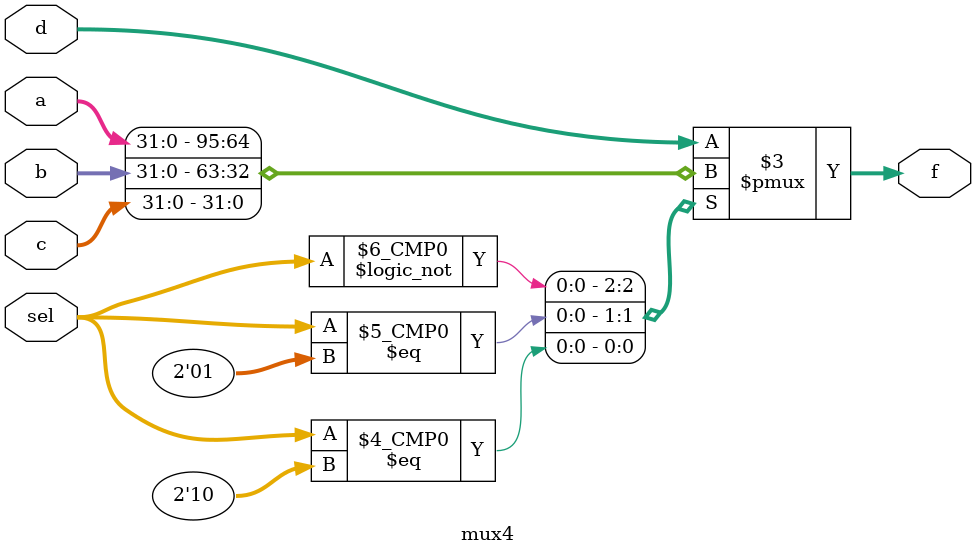
<source format=sv>
module mux4 #(parameter width = 32)
(
	input [1:0]sel,
	input [width-1:0] a, b, c, d,
	output logic [width-1:0] f
);

always_comb
begin
	case(sel)
		2'b00: f = a;
		2'b01: f = b;
		2'b10: f = c;
		default: f = d;
	endcase	
end
endmodule : mux4
</source>
